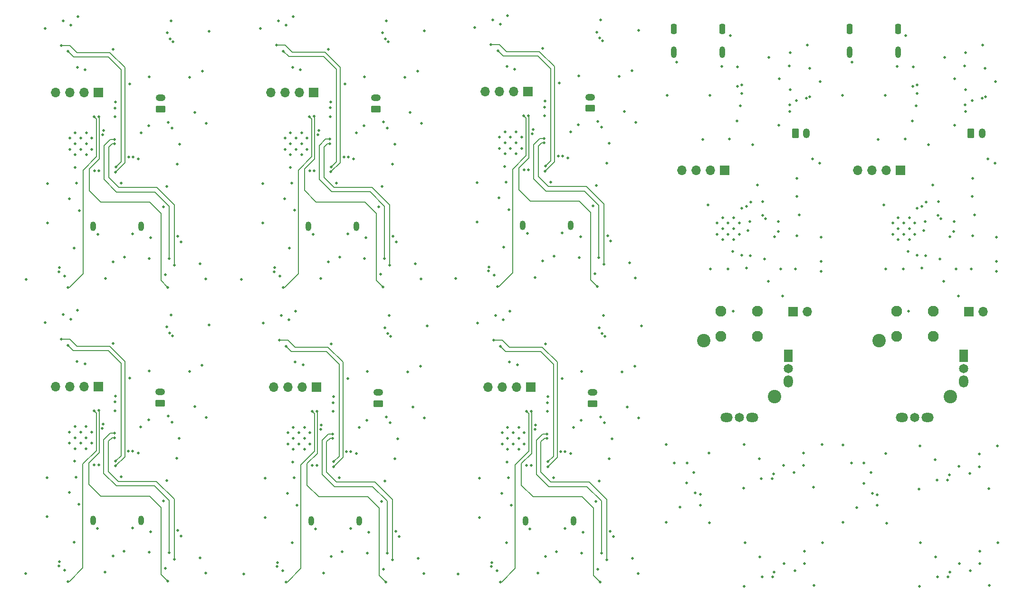
<source format=gbr>
%TF.GenerationSoftware,KiCad,Pcbnew,8.0.5*%
%TF.CreationDate,2025-01-24T10:40:51+05:30*%
%TF.ProjectId,racer_panelizatio_version2_,72616365-725f-4706-916e-656c697a6174,rev?*%
%TF.SameCoordinates,Original*%
%TF.FileFunction,Copper,L3,Inr*%
%TF.FilePolarity,Positive*%
%FSLAX46Y46*%
G04 Gerber Fmt 4.6, Leading zero omitted, Abs format (unit mm)*
G04 Created by KiCad (PCBNEW 8.0.5) date 2025-01-24 10:40:51*
%MOMM*%
%LPD*%
G01*
G04 APERTURE LIST*
G04 Aperture macros list*
%AMRoundRect*
0 Rectangle with rounded corners*
0 $1 Rounding radius*
0 $2 $3 $4 $5 $6 $7 $8 $9 X,Y pos of 4 corners*
0 Add a 4 corners polygon primitive as box body*
4,1,4,$2,$3,$4,$5,$6,$7,$8,$9,$2,$3,0*
0 Add four circle primitives for the rounded corners*
1,1,$1+$1,$2,$3*
1,1,$1+$1,$4,$5*
1,1,$1+$1,$6,$7*
1,1,$1+$1,$8,$9*
0 Add four rect primitives between the rounded corners*
20,1,$1+$1,$2,$3,$4,$5,0*
20,1,$1+$1,$4,$5,$6,$7,0*
20,1,$1+$1,$6,$7,$8,$9,0*
20,1,$1+$1,$8,$9,$2,$3,0*%
G04 Aperture macros list end*
%TA.AperFunction,ComponentPad*%
%ADD10O,1.000000X2.100000*%
%TD*%
%TA.AperFunction,ComponentPad*%
%ADD11RoundRect,0.250000X0.250000X0.650000X-0.250000X0.650000X-0.250000X-0.650000X0.250000X-0.650000X0*%
%TD*%
%TA.AperFunction,ComponentPad*%
%ADD12C,0.508000*%
%TD*%
%TA.AperFunction,ComponentPad*%
%ADD13R,1.700000X1.700000*%
%TD*%
%TA.AperFunction,ComponentPad*%
%ADD14O,1.700000X1.700000*%
%TD*%
%TA.AperFunction,ComponentPad*%
%ADD15RoundRect,0.250000X-0.350000X-0.625000X0.350000X-0.625000X0.350000X0.625000X-0.350000X0.625000X0*%
%TD*%
%TA.AperFunction,ComponentPad*%
%ADD16O,1.200000X1.750000*%
%TD*%
%TA.AperFunction,ComponentPad*%
%ADD17O,1.000000X1.700000*%
%TD*%
%TA.AperFunction,ComponentPad*%
%ADD18RoundRect,0.250000X0.625000X-0.350000X0.625000X0.350000X-0.625000X0.350000X-0.625000X-0.350000X0*%
%TD*%
%TA.AperFunction,ComponentPad*%
%ADD19O,1.750000X1.200000*%
%TD*%
%TA.AperFunction,ComponentPad*%
%ADD20C,1.950000*%
%TD*%
%TA.AperFunction,ComponentPad*%
%ADD21C,2.400000*%
%TD*%
%TA.AperFunction,ComponentPad*%
%ADD22R,1.650000X2.200000*%
%TD*%
%TA.AperFunction,ComponentPad*%
%ADD23C,1.650000*%
%TD*%
%TA.AperFunction,ComponentPad*%
%ADD24O,1.650000X2.200000*%
%TD*%
%TA.AperFunction,ComponentPad*%
%ADD25O,2.200000X1.650000*%
%TD*%
%TA.AperFunction,ViaPad*%
%ADD26C,0.508000*%
%TD*%
%TA.AperFunction,Conductor*%
%ADD27C,0.203200*%
%TD*%
G04 APERTURE END LIST*
D10*
%TO.N,Net-(P1-SHIELD)*%
%TO.C,P1*%
X184597500Y-45291500D03*
%TO.N,N/C*%
X175957500Y-45291500D03*
D11*
X184597500Y-41111500D03*
X175957500Y-41111500D03*
%TD*%
D12*
%TO.N,GND*%
%TO.C,U12*%
X114560700Y-63432000D03*
X116535700Y-63432000D03*
X113573200Y-62444500D03*
X115548200Y-62444500D03*
X117523200Y-62444500D03*
X114560700Y-61457000D03*
X116535700Y-61457000D03*
X113573200Y-60469500D03*
X115548200Y-60469500D03*
X117523200Y-60469500D03*
X114560700Y-59482000D03*
X116535700Y-59482000D03*
%TD*%
D13*
%TO.N,/U0RXD*%
%TO.C,J11*%
X153747500Y-66344000D03*
D14*
%TO.N,/U0TXD*%
X151207500Y-66344000D03*
%TO.N,GND*%
X148667500Y-66344000D03*
%TO.N,+3V3*%
X146127500Y-66344000D03*
%TD*%
D13*
%TO.N,/CP_EN*%
%TO.C,J9*%
X197214000Y-91617000D03*
D14*
%TO.N,GND*%
X199754000Y-91617000D03*
%TD*%
D13*
%TO.N,/U0RXD*%
%TO.C,J21*%
X80999114Y-105045000D03*
D14*
%TO.N,/U0TXD*%
X78459114Y-105045000D03*
%TO.N,GND*%
X75919114Y-105045000D03*
%TO.N,+3V3*%
X73379114Y-105045000D03*
%TD*%
D15*
%TO.N,GND*%
%TO.C,J12*%
X197600000Y-59774000D03*
D16*
%TO.N,LIPO+*%
X199600000Y-59774000D03*
%TD*%
D13*
%TO.N,/U0RXD*%
%TO.C,J11*%
X185025000Y-66344000D03*
D14*
%TO.N,/U0TXD*%
X182485000Y-66344000D03*
%TO.N,GND*%
X179945000Y-66344000D03*
%TO.N,+3V3*%
X177405000Y-66344000D03*
%TD*%
D17*
%TO.N,Net-(P1-SHIELD)*%
%TO.C,P2*%
X79566600Y-76364200D03*
%TO.N,N/C*%
X88106600Y-76364200D03*
%TD*%
D13*
%TO.N,/U0RXD*%
%TO.C,J21*%
X118700000Y-52300000D03*
D14*
%TO.N,/U0TXD*%
X116160000Y-52300000D03*
%TO.N,GND*%
X113620000Y-52300000D03*
%TO.N,+3V3*%
X111080000Y-52300000D03*
%TD*%
D12*
%TO.N,GND*%
%TO.C,U12*%
X115050614Y-116177000D03*
X117025614Y-116177000D03*
X114063114Y-115189500D03*
X116038114Y-115189500D03*
X118013114Y-115189500D03*
X115050614Y-114202000D03*
X117025614Y-114202000D03*
X114063114Y-113214500D03*
X116038114Y-113214500D03*
X118013114Y-113214500D03*
X115050614Y-112227000D03*
X117025614Y-112227000D03*
%TD*%
D10*
%TO.N,Net-(P1-SHIELD)*%
%TO.C,P1*%
X153320000Y-45291500D03*
%TO.N,N/C*%
X144680000Y-45291500D03*
D11*
X153320000Y-41111500D03*
X144680000Y-41111500D03*
%TD*%
D13*
%TO.N,/U0RXD*%
%TO.C,J21*%
X42127800Y-104939600D03*
D14*
%TO.N,/U0TXD*%
X39587800Y-104939600D03*
%TO.N,GND*%
X37047800Y-104939600D03*
%TO.N,+3V3*%
X34507800Y-104939600D03*
%TD*%
D13*
%TO.N,/U0RXD*%
%TO.C,J21*%
X80509200Y-52451600D03*
D14*
%TO.N,/U0TXD*%
X77969200Y-52451600D03*
%TO.N,GND*%
X75429200Y-52451600D03*
%TO.N,+3V3*%
X72889200Y-52451600D03*
%TD*%
D17*
%TO.N,Net-(P1-SHIELD)*%
%TO.C,P2*%
X41185200Y-128852200D03*
%TO.N,N/C*%
X49725200Y-128852200D03*
%TD*%
D18*
%TO.N,GND*%
%TO.C,J22*%
X129732400Y-55281200D03*
D19*
%TO.N,LIPO+*%
X129732400Y-53281200D03*
%TD*%
D18*
%TO.N,GND*%
%TO.C,J22*%
X92031514Y-108026200D03*
D19*
%TO.N,LIPO+*%
X92031514Y-106026200D03*
%TD*%
D18*
%TO.N,GND*%
%TO.C,J22*%
X53160200Y-107920800D03*
D19*
%TO.N,LIPO+*%
X53160200Y-105920800D03*
%TD*%
D12*
%TO.N,GND*%
%TO.C,U5*%
X153360000Y-78736500D03*
X155335000Y-78736500D03*
X152372500Y-77749000D03*
X154347500Y-77749000D03*
X156322500Y-77749000D03*
X153360000Y-76761500D03*
X155335000Y-76761500D03*
X152372500Y-75774000D03*
X154347500Y-75774000D03*
X156322500Y-75774000D03*
X153360000Y-74786500D03*
X155335000Y-74786500D03*
%TD*%
%TO.N,GND*%
%TO.C,U12*%
X76859814Y-116177000D03*
X78834814Y-116177000D03*
X75872314Y-115189500D03*
X77847314Y-115189500D03*
X79822314Y-115189500D03*
X76859814Y-114202000D03*
X78834814Y-114202000D03*
X75872314Y-113214500D03*
X77847314Y-113214500D03*
X79822314Y-113214500D03*
X76859814Y-112227000D03*
X78834814Y-112227000D03*
%TD*%
D17*
%TO.N,Net-(P1-SHIELD)*%
%TO.C,P2*%
X118247314Y-128957600D03*
%TO.N,N/C*%
X126787314Y-128957600D03*
%TD*%
D12*
%TO.N,GND*%
%TO.C,U5*%
X184637500Y-78736500D03*
X186612500Y-78736500D03*
X183650000Y-77749000D03*
X185625000Y-77749000D03*
X187600000Y-77749000D03*
X184637500Y-76761500D03*
X186612500Y-76761500D03*
X183650000Y-75774000D03*
X185625000Y-75774000D03*
X187600000Y-75774000D03*
X184637500Y-74786500D03*
X186612500Y-74786500D03*
%TD*%
D18*
%TO.N,GND*%
%TO.C,J22*%
X53190800Y-55444800D03*
D19*
%TO.N,LIPO+*%
X53190800Y-53444800D03*
%TD*%
D12*
%TO.N,GND*%
%TO.C,U12*%
X76369900Y-63583600D03*
X78344900Y-63583600D03*
X75382400Y-62596100D03*
X77357400Y-62596100D03*
X79332400Y-62596100D03*
X76369900Y-61608600D03*
X78344900Y-61608600D03*
X75382400Y-60621100D03*
X77357400Y-60621100D03*
X79332400Y-60621100D03*
X76369900Y-59633600D03*
X78344900Y-59633600D03*
%TD*%
D13*
%TO.N,/U0RXD*%
%TO.C,J21*%
X119189914Y-105045000D03*
D14*
%TO.N,/U0TXD*%
X116649914Y-105045000D03*
%TO.N,GND*%
X114109914Y-105045000D03*
%TO.N,+3V3*%
X111569914Y-105045000D03*
%TD*%
D18*
%TO.N,GND*%
%TO.C,J22*%
X130222314Y-108026200D03*
D19*
%TO.N,LIPO+*%
X130222314Y-106026200D03*
%TD*%
D18*
%TO.N,GND*%
%TO.C,J22*%
X91541600Y-55432800D03*
D19*
%TO.N,LIPO+*%
X91541600Y-53432800D03*
%TD*%
D13*
%TO.N,/CP_EN*%
%TO.C,J9*%
X165936500Y-91617000D03*
D14*
%TO.N,GND*%
X168476500Y-91617000D03*
%TD*%
D12*
%TO.N,GND*%
%TO.C,U12*%
X37988500Y-116071600D03*
X39963500Y-116071600D03*
X37001000Y-115084100D03*
X38976000Y-115084100D03*
X40951000Y-115084100D03*
X37988500Y-114096600D03*
X39963500Y-114096600D03*
X37001000Y-113109100D03*
X38976000Y-113109100D03*
X40951000Y-113109100D03*
X37988500Y-112121600D03*
X39963500Y-112121600D03*
%TD*%
D17*
%TO.N,Net-(P1-SHIELD)*%
%TO.C,P2*%
X41215800Y-76376200D03*
%TO.N,N/C*%
X49755800Y-76376200D03*
%TD*%
D15*
%TO.N,GND*%
%TO.C,J12*%
X166322500Y-59774000D03*
D16*
%TO.N,LIPO+*%
X168322500Y-59774000D03*
%TD*%
D13*
%TO.N,/U0RXD*%
%TO.C,J21*%
X42158400Y-52463600D03*
D14*
%TO.N,/U0TXD*%
X39618400Y-52463600D03*
%TO.N,GND*%
X37078400Y-52463600D03*
%TO.N,+3V3*%
X34538400Y-52463600D03*
%TD*%
D17*
%TO.N,Net-(P1-SHIELD)*%
%TO.C,P2*%
X117757400Y-76212600D03*
%TO.N,N/C*%
X126297400Y-76212600D03*
%TD*%
D12*
%TO.N,GND*%
%TO.C,U12*%
X38019100Y-63595600D03*
X39994100Y-63595600D03*
X37031600Y-62608100D03*
X39006600Y-62608100D03*
X40981600Y-62608100D03*
X38019100Y-61620600D03*
X39994100Y-61620600D03*
X37031600Y-60633100D03*
X39006600Y-60633100D03*
X40981600Y-60633100D03*
X38019100Y-59645600D03*
X39994100Y-59645600D03*
%TD*%
D17*
%TO.N,Net-(P1-SHIELD)*%
%TO.C,P2*%
X80056514Y-128957600D03*
%TO.N,N/C*%
X88596514Y-128957600D03*
%TD*%
D20*
%TO.N,N/C*%
%TO.C,U1*%
X184350000Y-96024000D03*
X190850000Y-96024000D03*
%TO.N,+3V3*%
X184350000Y-91524000D03*
%TO.N,/VR_BTN*%
X190850000Y-91524000D03*
D21*
%TO.N,N/C*%
X193925000Y-106774000D03*
X181275000Y-96774000D03*
D22*
%TO.N,+3V3*%
X196330000Y-99474000D03*
D23*
%TO.N,/VR1*%
X196330000Y-101774000D03*
D24*
%TO.N,GND*%
X196330000Y-104074000D03*
D25*
%TO.N,+3V3*%
X189900000Y-110504000D03*
D23*
%TO.N,/VR2*%
X187600000Y-110504000D03*
D25*
%TO.N,GND*%
X185300000Y-110504000D03*
%TD*%
D20*
%TO.N,N/C*%
%TO.C,U1*%
X153072500Y-96024000D03*
X159572500Y-96024000D03*
%TO.N,+3V3*%
X153072500Y-91524000D03*
%TO.N,/VR_BTN*%
X159572500Y-91524000D03*
D21*
%TO.N,N/C*%
X162647500Y-106774000D03*
X149997500Y-96774000D03*
D22*
%TO.N,+3V3*%
X165052500Y-99474000D03*
D23*
%TO.N,/VR1*%
X165052500Y-101774000D03*
D24*
%TO.N,GND*%
X165052500Y-104074000D03*
D25*
%TO.N,+3V3*%
X158622500Y-110504000D03*
D23*
%TO.N,/VR2*%
X156322500Y-110504000D03*
D25*
%TO.N,GND*%
X154022500Y-110504000D03*
%TD*%
D26*
%TO.N,GND*%
X71390600Y-68733000D03*
X137681114Y-101285800D03*
X132847800Y-78004800D03*
X32602800Y-93535000D03*
X113772400Y-40285800D03*
X45104800Y-55232200D03*
X200910800Y-140466000D03*
X145164300Y-47065400D03*
X92937114Y-137531600D03*
X131356514Y-121834400D03*
X170640500Y-65074000D03*
X76800800Y-38888000D03*
X61254000Y-138239000D03*
X182461600Y-83946200D03*
X124821400Y-63831600D03*
X44749200Y-44792800D03*
X174740000Y-53009000D03*
X48229000Y-77685800D03*
X92675800Y-69241000D03*
X29199200Y-138315200D03*
X180907000Y-124259500D03*
X83455600Y-55220200D03*
X51226200Y-82080000D03*
X97679600Y-56033000D03*
X49697000Y-112153200D03*
X123297400Y-81687800D03*
X48249200Y-116471200D03*
X162273800Y-138942000D03*
X76191200Y-80239200D03*
X149380800Y-124226000D03*
X109581400Y-68581400D03*
X38450000Y-38900000D03*
X159566100Y-68960200D03*
X188464800Y-140593000D03*
X160810700Y-82168200D03*
X182431000Y-116893500D03*
X46755800Y-81851400D03*
X90066914Y-134661400D03*
X89450000Y-58395200D03*
X36138600Y-85229600D03*
X89577000Y-82068000D03*
X192088200Y-82168200D03*
X95146914Y-130749800D03*
X33039800Y-75730000D03*
X121780714Y-97374200D03*
X148237800Y-120289000D03*
X130866600Y-69089400D03*
X76681114Y-132832600D03*
X114991600Y-38736400D03*
X137902400Y-57811800D03*
X38343200Y-100494600D03*
X83945514Y-107813600D03*
X56275600Y-130644400D03*
X138900314Y-94097600D03*
X55234200Y-111315000D03*
X36108000Y-137705600D03*
X38419400Y-91376000D03*
X51480200Y-78397000D03*
X130917400Y-41682800D03*
X109581400Y-75566400D03*
X128130714Y-110988600D03*
X92726600Y-41834400D03*
X137274714Y-135626600D03*
X55264800Y-58839000D03*
X143284800Y-129179000D03*
X93216514Y-94427800D03*
X54345200Y-94322400D03*
X157193800Y-140593000D03*
X67580600Y-85827200D03*
X188591800Y-132846000D03*
X44718600Y-97268800D03*
X54096400Y-84950200D03*
X127640800Y-58243600D03*
X138316114Y-138344400D03*
X110071314Y-121326400D03*
X77290714Y-91481400D03*
X188491800Y-115546000D03*
X33009200Y-121221000D03*
X196660200Y-45363600D03*
X85596514Y-134432800D03*
X83589914Y-97374200D03*
X191539800Y-121642000D03*
X51195600Y-134556000D03*
X115481514Y-91481400D03*
X87069714Y-130267200D03*
X99711600Y-57963400D03*
X86630600Y-63983200D03*
X86587114Y-103546400D03*
X109664914Y-93640400D03*
X51449600Y-130873000D03*
X133337714Y-130749800D03*
X201994200Y-50545200D03*
X182558000Y-129339500D03*
X85037714Y-121199400D03*
X112680200Y-85066000D03*
X93615600Y-58827000D03*
X128021800Y-78233400D03*
X130257000Y-72721600D03*
X51068600Y-110883200D03*
X41975400Y-130263400D03*
X136784800Y-82881600D03*
X81728400Y-85624000D03*
X61330200Y-110451400D03*
X48279800Y-63995200D03*
X176441800Y-47065400D03*
X154740100Y-42341000D03*
X33009200Y-128206000D03*
X197381800Y-120499000D03*
X131407314Y-94427800D03*
X46166400Y-121094000D03*
X169639800Y-140466000D03*
X195339400Y-88772200D03*
X199708200Y-43966600D03*
X137191200Y-48540800D03*
X86579800Y-77673800D03*
X194704400Y-50011800D03*
X200810800Y-123166000D03*
X150904800Y-116860000D03*
X149380800Y-126131000D03*
X138392314Y-110556800D03*
X115405314Y-100600000D03*
X76071514Y-93030800D03*
X54065800Y-137426200D03*
X80356800Y-77775400D03*
X46197000Y-68618000D03*
X120409114Y-138217400D03*
X186017600Y-42341000D03*
X109175000Y-40895400D03*
X131806400Y-58675400D03*
X37840400Y-80251200D03*
X61868800Y-41516200D03*
X100125314Y-138344400D03*
X202334800Y-115546000D03*
X92066200Y-72873200D03*
X174811000Y-115369500D03*
X33039800Y-68745000D03*
X99000400Y-48692400D03*
X99490314Y-101285800D03*
X60619000Y-101180400D03*
X123787314Y-134432800D03*
X93165714Y-121834400D03*
X163426900Y-50011800D03*
X124770600Y-77522200D03*
X87120514Y-116576600D03*
X164061900Y-88772200D03*
X61838200Y-93992200D03*
X77214514Y-100600000D03*
X182360000Y-53009000D03*
X37809800Y-132727200D03*
X74979314Y-137811000D03*
X202434800Y-132846000D03*
X114915400Y-47855000D03*
X88078400Y-59665200D03*
X127767800Y-81916400D03*
X157320800Y-132846000D03*
X114382000Y-80087600D03*
X47746400Y-50965000D03*
X48198400Y-130161800D03*
X190843600Y-68960200D03*
X125311314Y-116576600D03*
X166210800Y-137799000D03*
X124777914Y-103546400D03*
X132296314Y-111420400D03*
X71474114Y-93640400D03*
X74489400Y-85217600D03*
X118547600Y-77623800D03*
X43347000Y-138112000D03*
X56306200Y-78168400D03*
X105771400Y-85675600D03*
X84547800Y-68606000D03*
X60243200Y-83045200D03*
X138410400Y-41352600D03*
X54375800Y-41846400D03*
X162144500Y-121407000D03*
X99635400Y-85751000D03*
X191639800Y-138942000D03*
X157064500Y-123058000D03*
X94657000Y-78156400D03*
X37200200Y-92925400D03*
X192901000Y-46201800D03*
X53684800Y-125361200D03*
X98594000Y-83033200D03*
X143284800Y-115336000D03*
X92556114Y-125466600D03*
X123228514Y-121199400D03*
X43377600Y-85636000D03*
X32633400Y-41059000D03*
X54325000Y-69253000D03*
X151184100Y-83946200D03*
X174811000Y-129212500D03*
X119037514Y-130368800D03*
X168430700Y-43966600D03*
X184493600Y-47802000D03*
X165382700Y-45363600D03*
X70984200Y-41047000D03*
X130746914Y-125466600D03*
X100201514Y-110556800D03*
X86097200Y-50953000D03*
X171163800Y-132846000D03*
X169510500Y-122931000D03*
X94105514Y-111420400D03*
X126759114Y-112258600D03*
X166081500Y-120264000D03*
X100709514Y-94097600D03*
X171034500Y-115311000D03*
X49727600Y-59677200D03*
X99083914Y-135626600D03*
X188364800Y-123293000D03*
X151082500Y-53009000D03*
X59328800Y-56045000D03*
X42006000Y-77787400D03*
X61360800Y-57975400D03*
X181090000Y-60857600D03*
X60212600Y-135521200D03*
X71880514Y-121326400D03*
X89831000Y-78385000D03*
X135870400Y-55881400D03*
X179764000Y-120322500D03*
X71880514Y-128311400D03*
X29229800Y-85839200D03*
X151031800Y-129306000D03*
X88568314Y-112258600D03*
X75581600Y-40437400D03*
X54294400Y-121729000D03*
X149812500Y-60857600D03*
X89939914Y-110988600D03*
X122136314Y-107813600D03*
X98169514Y-108626400D03*
X160368800Y-138942000D03*
X82218314Y-138217400D03*
X71390600Y-75718000D03*
X119919200Y-85472400D03*
X38373800Y-48018600D03*
X193444800Y-121642000D03*
X128257714Y-134661400D03*
X160239500Y-121407000D03*
X113170114Y-137811000D03*
X80846714Y-130368800D03*
X76724600Y-48006600D03*
X121646400Y-55068600D03*
X137826200Y-85599400D03*
X143462500Y-53009000D03*
X131127914Y-137531600D03*
X37230800Y-40449400D03*
X61284600Y-85763000D03*
X45074200Y-107708200D03*
X122738600Y-68454400D03*
X125260514Y-130267200D03*
X90320914Y-130978400D03*
X161623500Y-46201800D03*
X157191500Y-115311000D03*
X126269200Y-59513600D03*
X153216100Y-47802000D03*
X60649600Y-48704400D03*
X68070514Y-138420600D03*
X51099200Y-58407200D03*
X130638000Y-84786600D03*
X121290800Y-44629200D03*
X124288000Y-50801400D03*
X201918000Y-65074000D03*
X110071314Y-128311400D03*
X92447200Y-84938200D03*
X193544800Y-138942000D03*
X106261314Y-138420600D03*
X114262314Y-93030800D03*
X197481800Y-137799000D03*
X128511714Y-130978400D03*
X180907000Y-126164500D03*
X85106600Y-81839400D03*
X47715800Y-103441000D03*
X114871914Y-132832600D03*
X53715400Y-72885200D03*
X59298200Y-108521000D03*
X136360314Y-108626400D03*
X100219600Y-41504200D03*
X170716700Y-50545200D03*
X46725200Y-134327400D03*
X83100000Y-44780800D03*
%TO.N,+3V3*%
X113493000Y-71248400D03*
X124549314Y-116576600D03*
X75792114Y-123993400D03*
X199109000Y-117019200D03*
X199209000Y-134319200D03*
X97255114Y-102327200D03*
X176284200Y-118595300D03*
X39714800Y-100926400D03*
X85868600Y-63983200D03*
X86358514Y-116576600D03*
X38704000Y-73520200D03*
X58383800Y-102221800D03*
X135445914Y-102327200D03*
X77054800Y-73508200D03*
X154587700Y-60781400D03*
X115245600Y-73356600D03*
X124059400Y-63831600D03*
X75302200Y-71400000D03*
X115735514Y-126101600D03*
X113982914Y-123993400D03*
X36920800Y-123888000D03*
X134956000Y-49582200D03*
X144758000Y-118561800D03*
X47517800Y-63995200D03*
X36951400Y-71412000D03*
X78586114Y-101031800D03*
X47487200Y-116471200D03*
X167808700Y-116784200D03*
X167938000Y-134319200D03*
X38673400Y-125996200D03*
X96765200Y-49733800D03*
X39745400Y-48450400D03*
X116776914Y-101031800D03*
X116287000Y-48286800D03*
X78096200Y-48438400D03*
X185865200Y-60781400D03*
X77544714Y-126101600D03*
X58414400Y-49745800D03*
%TO.N,/CP_EN*%
X166347900Y-83971600D03*
X197625400Y-83971600D03*
X163680900Y-83971600D03*
X194958400Y-83971600D03*
%TO.N,+5V*%
X196685600Y-51993000D03*
X197803200Y-53898000D03*
X165408100Y-51993000D03*
X166525700Y-53898000D03*
%TO.N,Net-(D1-A)*%
X202172000Y-84378000D03*
X170894500Y-84378000D03*
%TO.N,Net-(D2-A)*%
X170894500Y-82600000D03*
X202172000Y-82600000D03*
%TO.N,Net-(D3-A)*%
X202169411Y-78309989D03*
X170891911Y-78309989D03*
%TO.N,/OPT_INT*%
X164176500Y-118994000D03*
X164305800Y-136529000D03*
X195476800Y-119229000D03*
X146967800Y-122194000D03*
X195576800Y-136529000D03*
X178494000Y-122227500D03*
%TO.N,/ADC_BATT*%
X76546800Y-68631400D03*
X182055200Y-72516200D03*
X114737600Y-68479800D03*
X89526200Y-49683000D03*
X150777700Y-72516200D03*
X169370500Y-64312000D03*
X200648000Y-64312000D03*
X51175400Y-49695000D03*
X128206914Y-102276400D03*
X90016114Y-102276400D03*
X77036714Y-121224800D03*
X38165400Y-121119400D03*
X51144800Y-102171000D03*
X115227514Y-121224800D03*
X127717000Y-49531400D03*
X38196000Y-68643400D03*
%TO.N,Net-(U5-IO27)*%
X156746700Y-73125800D03*
X79721800Y-56769600D03*
X113264400Y-87098000D03*
X41340400Y-109257600D03*
X117912600Y-56618000D03*
X188024200Y-73125800D03*
X162588700Y-78205800D03*
X193866200Y-78205800D03*
X75563514Y-139843000D03*
X36692200Y-139737600D03*
X113754314Y-139843000D03*
X80211714Y-109363000D03*
X118402514Y-109363000D03*
X36722800Y-87261600D03*
X75073600Y-87249600D03*
X41371000Y-56781600D03*
%TO.N,Net-(U5-IO26)*%
X80560000Y-56744200D03*
X81049914Y-109337600D03*
X42178600Y-109232200D03*
X131044400Y-87072600D03*
X119240714Y-109337600D03*
X194552000Y-77266000D03*
X163274500Y-77266000D03*
X93343514Y-139817600D03*
X54502800Y-87236200D03*
X92853600Y-87224200D03*
X131534314Y-139817600D03*
X157584900Y-72795600D03*
X42209200Y-56756200D03*
X54472200Y-139712200D03*
X188862400Y-72795600D03*
X118750800Y-56592600D03*
%TO.N,Net-(U5-IO25)*%
X55056400Y-92188800D03*
X158347500Y-72007600D03*
X93927714Y-92294200D03*
X84021714Y-106772200D03*
X55087000Y-39712800D03*
X121722600Y-54027200D03*
X189625000Y-72007600D03*
X83531800Y-54178800D03*
X131628600Y-39549200D03*
X194602800Y-75488000D03*
X122212514Y-106772200D03*
X93437800Y-39700800D03*
X45181000Y-54190800D03*
X132118514Y-92294200D03*
X163325300Y-75488000D03*
X45150400Y-106666800D03*
%TO.N,Net-(U5-IO22)*%
X122136314Y-109388400D03*
X35828600Y-92138000D03*
X45104800Y-56807000D03*
X35859200Y-39662000D03*
X74699914Y-92243400D03*
X83945514Y-109388400D03*
X121646400Y-56643400D03*
X83455600Y-56795000D03*
X112890714Y-92243400D03*
X74210000Y-39650000D03*
X112400800Y-39498400D03*
X45074200Y-109283000D03*
%TO.N,/STAT1*%
X168305375Y-53470185D03*
X165306500Y-54660000D03*
X196584000Y-54660000D03*
X199582875Y-53470185D03*
%TO.N,/STAT2*%
X196634800Y-55828400D03*
X200190800Y-53212200D03*
X165357300Y-55828400D03*
X168913300Y-53212200D03*
%TO.N,Net-(U7-THERM)*%
X165227700Y-47774000D03*
X196505200Y-47774000D03*
X168837100Y-48183000D03*
X200114600Y-48183000D03*
%TO.N,MOTOR_0_IN1*%
X35523800Y-96532200D03*
X112204914Y-136337800D03*
X35173400Y-83756400D03*
X121748000Y-66498600D03*
X35142800Y-136232400D03*
X35554400Y-44056200D03*
X73524200Y-83744400D03*
X83557200Y-66650200D03*
X122237914Y-119243600D03*
X74395114Y-96637600D03*
X74014114Y-136337800D03*
X45206400Y-66662200D03*
X73905200Y-44044200D03*
X84047114Y-119243600D03*
X112585914Y-96637600D03*
X112096000Y-43892600D03*
X111715000Y-83592800D03*
X45175800Y-119138200D03*
%TO.N,MOTOR_0_IN2*%
X36717600Y-97624400D03*
X122263314Y-118380000D03*
X75588914Y-97729800D03*
X84072514Y-118380000D03*
X75099000Y-45136400D03*
X113289800Y-44984800D03*
X45201200Y-118274600D03*
X73963314Y-137074400D03*
X111664200Y-84329400D03*
X83582600Y-65786600D03*
X73473400Y-84481000D03*
X112154114Y-137074400D03*
X113779714Y-97729800D03*
X36748200Y-45148400D03*
X35092000Y-136969000D03*
X35122600Y-84493000D03*
X45231800Y-65798600D03*
X121773400Y-65635000D03*
%TO.N,MOTOR_1_IN1*%
X45003200Y-61607600D03*
X55361200Y-95922600D03*
X83354000Y-61595600D03*
X132702714Y-135855200D03*
X132423314Y-96028000D03*
X83843914Y-114189000D03*
X132212800Y-83110200D03*
X55640600Y-135749800D03*
X121544800Y-61444000D03*
X44972600Y-114083600D03*
X131933400Y-43283000D03*
X94022000Y-83261800D03*
X122034714Y-114189000D03*
X94511914Y-135855200D03*
X94232514Y-96028000D03*
X93742600Y-43434600D03*
X55391800Y-43446600D03*
X55671200Y-83273800D03*
%TO.N,MOTOR_1_IN2*%
X131915314Y-95520000D03*
X93597514Y-134686800D03*
X131788314Y-134686800D03*
X93234600Y-42926600D03*
X122034714Y-113401600D03*
X54726200Y-134581400D03*
X83843914Y-113401600D03*
X83354000Y-60808200D03*
X93724514Y-95520000D03*
X93107600Y-82093400D03*
X54756800Y-82105400D03*
X131298400Y-81941800D03*
X44972600Y-113296200D03*
X45003200Y-60820200D03*
X131425400Y-42775000D03*
X54853200Y-95414600D03*
X121544800Y-60656600D03*
X54883800Y-42938600D03*
%TO.N,/SCL*%
X148491800Y-123946600D03*
X41421800Y-66459000D03*
X193724200Y-120753000D03*
X117963400Y-66295400D03*
X193824200Y-138053000D03*
X118453314Y-119040400D03*
X41391200Y-118935000D03*
X162423900Y-120518000D03*
X180018000Y-123980100D03*
X80262514Y-119040400D03*
X79772600Y-66447000D03*
X162553200Y-138053000D03*
%TO.N,Net-(U5-IO11)*%
X81862714Y-111801400D03*
X43022000Y-59220000D03*
X120053514Y-111801400D03*
X42991400Y-111696000D03*
X119563600Y-59056400D03*
X81372800Y-59208000D03*
%TO.N,Net-(U5-IO3)*%
X114483600Y-65660400D03*
X37942000Y-65824000D03*
X76782714Y-118405400D03*
X114973514Y-118405400D03*
X37911400Y-118300000D03*
X76292800Y-65812000D03*
%TO.N,/SDA*%
X42178600Y-118935000D03*
X191284200Y-135332000D03*
X81049914Y-119040400D03*
X80560000Y-66447000D03*
X119240714Y-119040400D03*
X191184200Y-118032000D03*
X145770800Y-126486600D03*
X160013200Y-135332000D03*
X177297000Y-126520100D03*
X118750800Y-66295400D03*
X159883900Y-117797000D03*
X42209200Y-66459000D03*
%TO.N,/HAL_OUT*%
X167783300Y-119019400D03*
X146993200Y-118587200D03*
X42839000Y-112458000D03*
X42869600Y-59982000D03*
X199083600Y-119254400D03*
X167912600Y-136554400D03*
X119411200Y-59818400D03*
X81710314Y-112563400D03*
X178519400Y-118620700D03*
X119901114Y-112563400D03*
X81220400Y-59970000D03*
X199183600Y-136554400D03*
%TO.N,/CHRGR+*%
X126301914Y-116906800D03*
X132695400Y-65076200D03*
X87621200Y-64313400D03*
X94504600Y-65227800D03*
X56123200Y-117715800D03*
X49270400Y-64325400D03*
X88111114Y-116906800D03*
X56153800Y-65239800D03*
X133185314Y-117821200D03*
X49239800Y-116801400D03*
X125812000Y-64161800D03*
X94994514Y-117821200D03*
%TO.N,RAW*%
X133617114Y-114265200D03*
X44718600Y-135165600D03*
X121290800Y-82526000D03*
X95731114Y-131740400D03*
X94936400Y-61671800D03*
X83100000Y-82677600D03*
X56890400Y-79159000D03*
X133127200Y-61520200D03*
X95241200Y-79147000D03*
X95426314Y-114265200D03*
X54573800Y-110248200D03*
X133432000Y-78995400D03*
X44749200Y-82689600D03*
X131146000Y-57608600D03*
X133921914Y-131740400D03*
X131635914Y-110353600D03*
X121780714Y-135271000D03*
X54604400Y-57772200D03*
X56585600Y-61683800D03*
X56555000Y-114159800D03*
X92955200Y-57760200D03*
X83589914Y-135271000D03*
X56859800Y-131635000D03*
X93445114Y-110353600D03*
%TO.N,/raw_voltage*%
X156746700Y-52628000D03*
X188024200Y-52628000D03*
X156746700Y-51078600D03*
X188024200Y-51078600D03*
%TO.N,/SW_A*%
X197904800Y-78002600D03*
X166627300Y-78002600D03*
X158194500Y-75488000D03*
X189472000Y-75488000D03*
%TO.N,/SW_B*%
X192240600Y-75005400D03*
X167008300Y-74345000D03*
X160963100Y-75005400D03*
X198285800Y-74345000D03*
%TO.N,Net-(R2-Pad2)*%
X187186000Y-57555600D03*
X155908500Y-57555600D03*
%TO.N,Net-(R4-Pad2)*%
X156035500Y-47895400D03*
X156543500Y-54837800D03*
X187313000Y-47895400D03*
X187287600Y-51408800D03*
X187821000Y-54837800D03*
X156010100Y-51408800D03*
%TO.N,Net-(U5-IO13)*%
X189560900Y-81596700D03*
X158283400Y-81596700D03*
%TO.N,Net-(U5-IO14)*%
X186424000Y-80822000D03*
X155146500Y-80822000D03*
%TO.N,/VR_BTN*%
X185585800Y-83946200D03*
X154308300Y-83946200D03*
X155222700Y-91490000D03*
X186500200Y-91490000D03*
%TO.N,/VR2*%
X157889700Y-77139000D03*
X189167200Y-77139000D03*
X192748600Y-86156000D03*
X161471100Y-86156000D03*
%TO.N,/VR1*%
X188862400Y-83793800D03*
X157584900Y-83793800D03*
%TO.N,Net-(U5-IO0)*%
X188024200Y-81533200D03*
X156746700Y-81533200D03*
%TO.N,/SW_C*%
X191758000Y-74370400D03*
X197854000Y-71043000D03*
X160480500Y-74370400D03*
X166576500Y-71043000D03*
%TO.N,/SW_D*%
X160531300Y-71932000D03*
X197879400Y-67791800D03*
X191808800Y-71932000D03*
X166601900Y-67791800D03*
%TO.N,Net-(R6-Pad2)*%
X190005400Y-61772000D03*
X158727900Y-61772000D03*
%TO.N,Net-(R8-Pad2)*%
X163401500Y-58317600D03*
X194679000Y-58317600D03*
%TD*%
D27*
%TO.N,Net-(U5-IO27)*%
X75817514Y-139843000D02*
X78230514Y-137430000D01*
X114008314Y-139843000D02*
X116421314Y-137430000D01*
X77740600Y-66320000D02*
X80153600Y-63907000D01*
X75563514Y-139843000D02*
X75817514Y-139843000D01*
X39389800Y-84848600D02*
X39389800Y-66332000D01*
X78230514Y-118913400D02*
X80643514Y-116500400D01*
X39389800Y-66332000D02*
X41802800Y-63919000D01*
X118344400Y-63755400D02*
X118344400Y-57049800D01*
X36976800Y-87261600D02*
X39389800Y-84848600D01*
X80643514Y-109794800D02*
X80211714Y-109363000D01*
X75073600Y-87249600D02*
X75327600Y-87249600D01*
X39359200Y-118808000D02*
X41772200Y-116395000D01*
X41802800Y-57213400D02*
X41371000Y-56781600D01*
X36692200Y-139737600D02*
X36946200Y-139737600D01*
X118834314Y-116500400D02*
X118834314Y-109794800D01*
X116421314Y-118913400D02*
X118834314Y-116500400D01*
X36722800Y-87261600D02*
X36976800Y-87261600D01*
X41772200Y-116395000D02*
X41772200Y-109689400D01*
X116421314Y-137430000D02*
X116421314Y-118913400D01*
X113264400Y-87098000D02*
X113518400Y-87098000D01*
X80153600Y-63907000D02*
X80153600Y-57201400D01*
X39359200Y-137324600D02*
X39359200Y-118808000D01*
X118344400Y-57049800D02*
X117912600Y-56618000D01*
X75327600Y-87249600D02*
X77740600Y-84836600D01*
X80643514Y-116500400D02*
X80643514Y-109794800D01*
X113754314Y-139843000D02*
X114008314Y-139843000D01*
X80153600Y-57201400D02*
X79721800Y-56769600D01*
X41772200Y-109689400D02*
X41340400Y-109257600D01*
X113518400Y-87098000D02*
X115931400Y-84685000D01*
X36946200Y-139737600D02*
X39359200Y-137324600D01*
X77740600Y-84836600D02*
X77740600Y-66320000D01*
X41802800Y-63919000D02*
X41802800Y-57213400D01*
X118834314Y-109794800D02*
X118402514Y-109363000D01*
X115931400Y-84685000D02*
X115931400Y-66168400D01*
X115931400Y-66168400D02*
X118344400Y-63755400D01*
X78230514Y-137430000D02*
X78230514Y-118913400D01*
%TO.N,Net-(U5-IO26)*%
X92149714Y-138623800D02*
X93343514Y-139817600D01*
X117023600Y-65939800D02*
X117023600Y-69800600D01*
X118827000Y-56668800D02*
X118827000Y-64136400D01*
X53278400Y-138518400D02*
X54472200Y-139712200D01*
X81126114Y-109413800D02*
X81126114Y-116881400D01*
X42285400Y-56832400D02*
X42285400Y-64300000D01*
X91659800Y-86030400D02*
X92853600Y-87224200D01*
X119240714Y-109337600D02*
X119316914Y-109413800D01*
X81380114Y-124603000D02*
X90117714Y-124603000D01*
X79322714Y-118684800D02*
X79322714Y-122545600D01*
X81126114Y-116881400D02*
X79322714Y-118684800D01*
X51277000Y-72021600D02*
X53309000Y-74053600D01*
X80636200Y-64288000D02*
X78832800Y-66091400D01*
X42285400Y-64300000D02*
X40482000Y-66103400D01*
X51246400Y-124497600D02*
X53278400Y-126529600D01*
X78832800Y-69952200D02*
X80890200Y-72009600D01*
X80560000Y-56744200D02*
X80636200Y-56820400D01*
X119570914Y-124603000D02*
X128308514Y-124603000D01*
X118750800Y-56592600D02*
X118827000Y-56668800D01*
X130340514Y-126635000D02*
X130340514Y-138623800D01*
X53309000Y-74053600D02*
X53309000Y-86042400D01*
X79322714Y-122545600D02*
X81380114Y-124603000D01*
X78832800Y-66091400D02*
X78832800Y-69952200D01*
X119316914Y-116881400D02*
X117513514Y-118684800D01*
X40451400Y-118579400D02*
X40451400Y-122440200D01*
X81049914Y-109337600D02*
X81126114Y-109413800D01*
X117513514Y-122545600D02*
X119570914Y-124603000D01*
X40451400Y-122440200D02*
X42508800Y-124497600D01*
X42209200Y-56756200D02*
X42285400Y-56832400D01*
X117023600Y-69800600D02*
X119081000Y-71858000D01*
X42539400Y-72021600D02*
X51277000Y-72021600D01*
X129850600Y-85878800D02*
X131044400Y-87072600D01*
X119316914Y-109413800D02*
X119316914Y-116881400D01*
X53278400Y-126529600D02*
X53278400Y-138518400D01*
X119081000Y-71858000D02*
X127818600Y-71858000D01*
X117513514Y-118684800D02*
X117513514Y-122545600D01*
X89627800Y-72009600D02*
X91659800Y-74041600D01*
X42254800Y-109308400D02*
X42254800Y-116776000D01*
X80890200Y-72009600D02*
X89627800Y-72009600D01*
X40482000Y-66103400D02*
X40482000Y-69964200D01*
X130340514Y-138623800D02*
X131534314Y-139817600D01*
X91659800Y-74041600D02*
X91659800Y-86030400D01*
X40482000Y-69964200D02*
X42539400Y-72021600D01*
X128308514Y-124603000D02*
X130340514Y-126635000D01*
X127818600Y-71858000D02*
X129850600Y-73890000D01*
X92149714Y-126635000D02*
X92149714Y-138623800D01*
X42254800Y-116776000D02*
X40451400Y-118579400D01*
X118827000Y-64136400D02*
X117023600Y-65939800D01*
X129850600Y-73890000D02*
X129850600Y-85878800D01*
X53309000Y-86042400D02*
X54502800Y-87236200D01*
X80636200Y-56820400D02*
X80636200Y-64288000D01*
X42508800Y-124497600D02*
X51246400Y-124497600D01*
X90117714Y-124603000D02*
X92149714Y-126635000D01*
X42178600Y-109232200D02*
X42254800Y-109308400D01*
%TO.N,MOTOR_0_IN1*%
X77189114Y-97907600D02*
X83005714Y-97907600D01*
X112585914Y-96637600D02*
X114109914Y-96637600D01*
X38317800Y-97802200D02*
X44134400Y-97802200D01*
X46826800Y-100494600D02*
X46826800Y-117487200D01*
X74395114Y-96637600D02*
X75919114Y-96637600D01*
X115379914Y-97907600D02*
X121196514Y-97907600D01*
X83005714Y-97907600D02*
X85698114Y-100600000D01*
X113620000Y-43892600D02*
X114890000Y-45162600D01*
X114890000Y-45162600D02*
X120706600Y-45162600D01*
X85698114Y-100600000D02*
X85698114Y-117592600D01*
X75919114Y-96637600D02*
X77189114Y-97907600D01*
X46857400Y-48018600D02*
X46857400Y-65011200D01*
X123399000Y-47855000D02*
X123399000Y-64847600D01*
X44134400Y-97802200D02*
X46826800Y-100494600D01*
X82515800Y-45314200D02*
X85208200Y-48006600D01*
X46826800Y-117487200D02*
X45175800Y-119138200D01*
X46857400Y-65011200D02*
X45206400Y-66662200D01*
X123888914Y-100600000D02*
X123888914Y-117592600D01*
X85698114Y-117592600D02*
X84047114Y-119243600D01*
X123888914Y-117592600D02*
X122237914Y-119243600D01*
X76699200Y-45314200D02*
X82515800Y-45314200D01*
X37047800Y-96532200D02*
X38317800Y-97802200D01*
X85208200Y-64999200D02*
X83557200Y-66650200D01*
X35554400Y-44056200D02*
X37078400Y-44056200D01*
X73905200Y-44044200D02*
X75429200Y-44044200D01*
X120706600Y-45162600D02*
X123399000Y-47855000D01*
X75429200Y-44044200D02*
X76699200Y-45314200D01*
X44165000Y-45326200D02*
X46857400Y-48018600D01*
X37078400Y-44056200D02*
X38348400Y-45326200D01*
X38348400Y-45326200D02*
X44165000Y-45326200D01*
X112096000Y-43892600D02*
X113620000Y-43892600D01*
X85208200Y-48006600D02*
X85208200Y-64999200D01*
X114109914Y-96637600D02*
X115379914Y-97907600D01*
X121196514Y-97907600D02*
X123888914Y-100600000D01*
X123399000Y-64847600D02*
X121748000Y-66498600D01*
X35523800Y-96532200D02*
X37047800Y-96532200D01*
%TO.N,MOTOR_0_IN2*%
X43911000Y-46088200D02*
X37688000Y-46088200D01*
X114229600Y-45924600D02*
X113289800Y-44984800D01*
X114719514Y-98669600D02*
X113779714Y-97729800D01*
X46166400Y-100850200D02*
X43880400Y-98564200D01*
X76038800Y-46076200D02*
X75099000Y-45136400D01*
X43880400Y-98564200D02*
X37657400Y-98564200D01*
X83582600Y-65786600D02*
X84547800Y-64821400D01*
X123228514Y-100955600D02*
X120942514Y-98669600D01*
X123228514Y-117414800D02*
X123228514Y-100955600D01*
X45201200Y-118274600D02*
X46166400Y-117309400D01*
X85037714Y-100955600D02*
X82751714Y-98669600D01*
X46197000Y-48374200D02*
X43911000Y-46088200D01*
X122263314Y-118380000D02*
X123228514Y-117414800D01*
X37657400Y-98564200D02*
X36717600Y-97624400D01*
X84547800Y-48362200D02*
X82261800Y-46076200D01*
X45231800Y-65798600D02*
X46197000Y-64833400D01*
X122738600Y-64669800D02*
X122738600Y-48210600D01*
X46197000Y-64833400D02*
X46197000Y-48374200D01*
X120452600Y-45924600D02*
X114229600Y-45924600D01*
X76528714Y-98669600D02*
X75588914Y-97729800D01*
X122738600Y-48210600D02*
X120452600Y-45924600D01*
X84072514Y-118380000D02*
X85037714Y-117414800D01*
X120942514Y-98669600D02*
X114719514Y-98669600D01*
X46166400Y-117309400D02*
X46166400Y-100850200D01*
X37688000Y-46088200D02*
X36748200Y-45148400D01*
X85037714Y-117414800D02*
X85037714Y-100955600D01*
X82261800Y-46076200D02*
X76038800Y-46076200D01*
X121773400Y-65635000D02*
X122738600Y-64669800D01*
X82751714Y-98669600D02*
X76528714Y-98669600D01*
X84547800Y-64821400D02*
X84547800Y-48362200D01*
%TO.N,MOTOR_1_IN1*%
X120503400Y-62053600D02*
X120503400Y-67463800D01*
X83843914Y-114189000D02*
X83412114Y-114189000D01*
X120503400Y-67463800D02*
X122281400Y-69241800D01*
X44540800Y-114083600D02*
X43931200Y-114693200D01*
X91362314Y-121986800D02*
X94511914Y-125136400D01*
X52521600Y-69405400D02*
X55671200Y-72555000D01*
X45739800Y-69405400D02*
X52521600Y-69405400D01*
X43931200Y-114693200D02*
X43931200Y-120103400D01*
X129553114Y-121986800D02*
X132702714Y-125136400D01*
X83412114Y-114189000D02*
X82802514Y-114798600D01*
X44972600Y-114083600D02*
X44540800Y-114083600D01*
X43931200Y-120103400D02*
X45709200Y-121881400D01*
X84580514Y-121986800D02*
X91362314Y-121986800D01*
X122771314Y-121986800D02*
X129553114Y-121986800D01*
X82312600Y-67615400D02*
X84090600Y-69393400D01*
X44571400Y-61607600D02*
X43961800Y-62217200D01*
X45003200Y-61607600D02*
X44571400Y-61607600D01*
X122281400Y-69241800D02*
X129063200Y-69241800D01*
X94022000Y-72543000D02*
X94022000Y-83261800D01*
X55640600Y-125031000D02*
X55640600Y-135749800D01*
X132702714Y-125136400D02*
X132702714Y-135855200D01*
X52491000Y-121881400D02*
X55640600Y-125031000D01*
X84090600Y-69393400D02*
X90872400Y-69393400D01*
X82312600Y-62205200D02*
X82312600Y-67615400D01*
X132212800Y-72391400D02*
X132212800Y-83110200D01*
X82802514Y-120208800D02*
X84580514Y-121986800D01*
X94511914Y-125136400D02*
X94511914Y-135855200D01*
X129063200Y-69241800D02*
X132212800Y-72391400D01*
X120993314Y-120208800D02*
X122771314Y-121986800D01*
X121113000Y-61444000D02*
X120503400Y-62053600D01*
X82922200Y-61595600D02*
X82312600Y-62205200D01*
X120993314Y-114798600D02*
X120993314Y-120208800D01*
X121602914Y-114189000D02*
X120993314Y-114798600D01*
X45709200Y-121881400D02*
X52491000Y-121881400D01*
X43961800Y-67627400D02*
X45739800Y-69405400D01*
X55671200Y-72555000D02*
X55671200Y-83273800D01*
X43961800Y-62217200D02*
X43961800Y-67627400D01*
X121544800Y-61444000D02*
X121113000Y-61444000D01*
X122034714Y-114189000D02*
X121602914Y-114189000D01*
X90872400Y-69393400D02*
X94022000Y-72543000D01*
X82802514Y-114798600D02*
X82802514Y-120208800D01*
X83354000Y-61595600D02*
X82922200Y-61595600D01*
%TO.N,MOTOR_1_IN2*%
X131298400Y-72645400D02*
X128707600Y-70054600D01*
X93597514Y-134686800D02*
X93597514Y-125390400D01*
X54726200Y-125285000D02*
X52135400Y-122694200D01*
X45302800Y-122694200D02*
X43093000Y-120484400D01*
X90516800Y-70206200D02*
X83684200Y-70206200D01*
X128707600Y-70054600D02*
X121875000Y-70054600D01*
X54756800Y-82105400D02*
X54756800Y-72809000D01*
X54756800Y-72809000D02*
X52166000Y-70218200D01*
X131788314Y-134686800D02*
X131788314Y-125390400D01*
X91006714Y-122799600D02*
X84174114Y-122799600D01*
X43093000Y-120484400D02*
X43093000Y-114439200D01*
X45333400Y-70218200D02*
X43123600Y-68008400D01*
X81964314Y-114544600D02*
X83107314Y-113401600D01*
X93107600Y-72797000D02*
X90516800Y-70206200D01*
X43123600Y-61963200D02*
X44266600Y-60820200D01*
X120808200Y-60656600D02*
X121544800Y-60656600D01*
X129197514Y-122799600D02*
X122364914Y-122799600D01*
X44266600Y-60820200D02*
X45003200Y-60820200D01*
X120155114Y-114544600D02*
X121298114Y-113401600D01*
X44236000Y-113296200D02*
X44972600Y-113296200D01*
X82617400Y-60808200D02*
X83354000Y-60808200D01*
X43123600Y-68008400D02*
X43123600Y-61963200D01*
X122364914Y-122799600D02*
X120155114Y-120589800D01*
X93597514Y-125390400D02*
X91006714Y-122799600D01*
X93107600Y-82093400D02*
X93107600Y-72797000D01*
X52166000Y-70218200D02*
X45333400Y-70218200D01*
X81474400Y-67996400D02*
X81474400Y-61951200D01*
X119665200Y-61799600D02*
X120808200Y-60656600D01*
X81474400Y-61951200D02*
X82617400Y-60808200D01*
X83107314Y-113401600D02*
X83843914Y-113401600D01*
X84174114Y-122799600D02*
X81964314Y-120589800D01*
X54726200Y-134581400D02*
X54726200Y-125285000D01*
X121298114Y-113401600D02*
X122034714Y-113401600D01*
X81964314Y-120589800D02*
X81964314Y-114544600D01*
X43093000Y-114439200D02*
X44236000Y-113296200D01*
X119665200Y-67844800D02*
X119665200Y-61799600D01*
X131788314Y-125390400D02*
X129197514Y-122799600D01*
X121875000Y-70054600D02*
X119665200Y-67844800D01*
X131298400Y-81941800D02*
X131298400Y-72645400D01*
X52135400Y-122694200D02*
X45302800Y-122694200D01*
X120155114Y-120589800D02*
X120155114Y-114544600D01*
X83684200Y-70206200D02*
X81474400Y-67996400D01*
%TD*%
M02*

</source>
